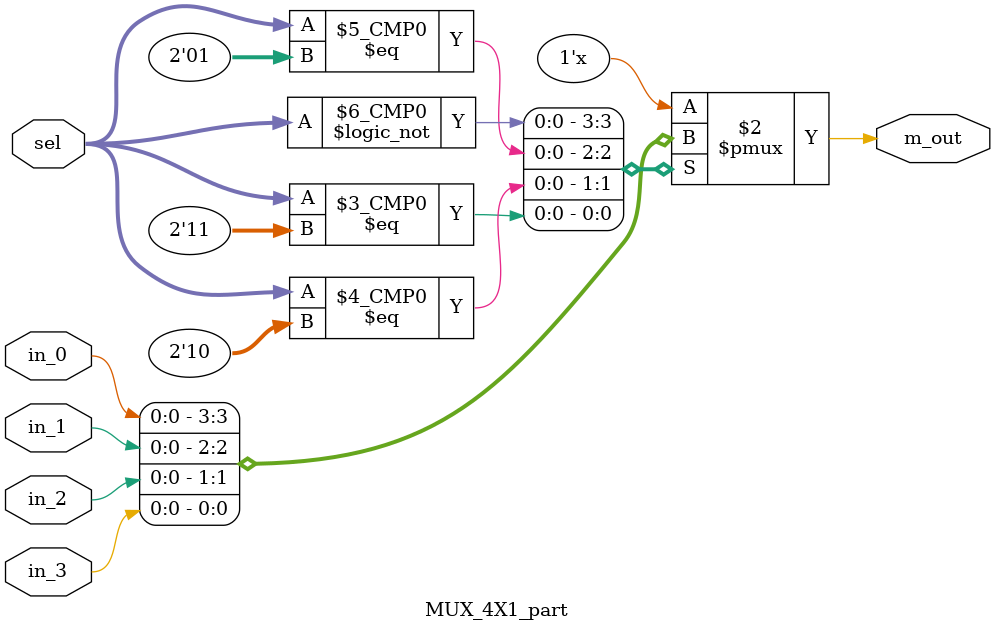
<source format=v>
`timescale 1ns / 1ps


module MUX_4X1_part(
output reg m_out,
input in_0, in_1, in_2, in_3,
input [1:0] sel );

always @(in_0, in_1, in_2, in_3, sel)
case(sel)
2'b00 : m_out = in_0;
2'b01 : m_out = in_1;
2'b10 : m_out = in_2;
2'b11 : m_out = in_3;
endcase
endmodule
</source>
